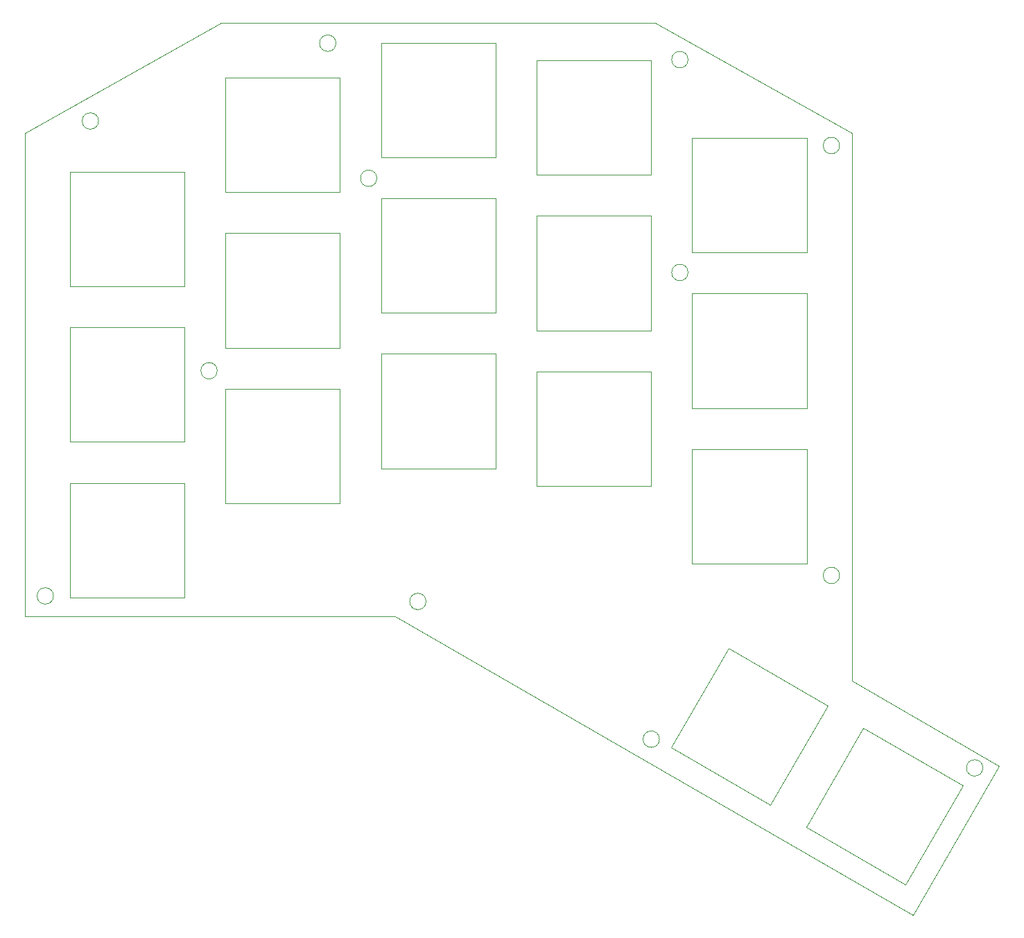
<source format=gm1>
G04 #@! TF.GenerationSoftware,KiCad,Pcbnew,7.0.10*
G04 #@! TF.CreationDate,2024-01-12T10:18:34+00:00*
G04 #@! TF.ProjectId,eobard-plate,656f6261-7264-42d7-906c-6174652e6b69,1.2*
G04 #@! TF.SameCoordinates,Original*
G04 #@! TF.FileFunction,Profile,NP*
%FSLAX46Y46*%
G04 Gerber Fmt 4.6, Leading zero omitted, Abs format (unit mm)*
G04 Created by KiCad (PCBNEW 7.0.10) date 2024-01-12 10:18:34*
%MOMM*%
%LPD*%
G01*
G04 APERTURE LIST*
G04 #@! TA.AperFunction,Profile*
%ADD10C,0.100000*%
G04 #@! TD*
G04 #@! TA.AperFunction,Profile*
%ADD11C,0.050000*%
G04 #@! TD*
G04 APERTURE END LIST*
D10*
X155000000Y-39000000D02*
X102000000Y-39000000D01*
X155500000Y-126500000D02*
G75*
G03*
X153500000Y-126500000I-1000000J0D01*
G01*
X153500000Y-126500000D02*
G75*
G03*
X155500000Y-126500000I1000000J0D01*
G01*
X186500000Y-148000000D02*
X197000000Y-129800000D01*
X159000000Y-43500000D02*
G75*
G03*
X157000000Y-43500000I-1000000J0D01*
G01*
X157000000Y-43500000D02*
G75*
G03*
X159000000Y-43500000I1000000J0D01*
G01*
X179000000Y-52500000D02*
X179000000Y-109000000D01*
X78000000Y-111500000D02*
X123250000Y-111500000D01*
X116000000Y-41500000D02*
G75*
G03*
X114000000Y-41500000I-1000000J0D01*
G01*
X114000000Y-41500000D02*
G75*
G03*
X116000000Y-41500000I1000000J0D01*
G01*
X159000000Y-69500000D02*
G75*
G03*
X157000000Y-69500000I-1000000J0D01*
G01*
X157000000Y-69500000D02*
G75*
G03*
X159000000Y-69500000I1000000J0D01*
G01*
X186500000Y-148000000D02*
X123250000Y-111500000D01*
X179000000Y-52500000D02*
X155000000Y-39000000D01*
X177500000Y-106500000D02*
G75*
G03*
X175500000Y-106500000I-1000000J0D01*
G01*
X175500000Y-106500000D02*
G75*
G03*
X177500000Y-106500000I1000000J0D01*
G01*
X127000000Y-109677200D02*
G75*
G03*
X125000000Y-109677200I-1000000J0D01*
G01*
X125000000Y-109677200D02*
G75*
G03*
X127000000Y-109677200I1000000J0D01*
G01*
X102000000Y-39000000D02*
X78000000Y-52500000D01*
X81500000Y-109000000D02*
G75*
G03*
X79500000Y-109000000I-1000000J0D01*
G01*
X79500000Y-109000000D02*
G75*
G03*
X81500000Y-109000000I1000000J0D01*
G01*
X87000000Y-51000000D02*
G75*
G03*
X85000000Y-51000000I-1000000J0D01*
G01*
X85000000Y-51000000D02*
G75*
G03*
X87000000Y-51000000I1000000J0D01*
G01*
X78000000Y-52500000D02*
X78000000Y-111500000D01*
X197000000Y-129800000D02*
X179000000Y-119400000D01*
X177500000Y-54000000D02*
G75*
G03*
X175500000Y-54000000I-1000000J0D01*
G01*
X175500000Y-54000000D02*
G75*
G03*
X177500000Y-54000000I1000000J0D01*
G01*
X121000000Y-58000000D02*
G75*
G03*
X119000000Y-58000000I-1000000J0D01*
G01*
X119000000Y-58000000D02*
G75*
G03*
X121000000Y-58000000I1000000J0D01*
G01*
X101500000Y-81500000D02*
G75*
G03*
X99500000Y-81500000I-1000000J0D01*
G01*
X99500000Y-81500000D02*
G75*
G03*
X101500000Y-81500000I1000000J0D01*
G01*
X195000000Y-130000000D02*
G75*
G03*
X193000000Y-130000000I-1000000J0D01*
G01*
X193000000Y-130000000D02*
G75*
G03*
X195000000Y-130000000I1000000J0D01*
G01*
X179000000Y-119400000D02*
X179000000Y-109000000D01*
D11*
X159500000Y-72070000D02*
X159500000Y-86070000D01*
X159500000Y-86070000D02*
X173500000Y-86070000D01*
X173500000Y-72070000D02*
X159500000Y-72070000D01*
X173500000Y-72070000D02*
X173500000Y-86070000D01*
X102500000Y-83695000D02*
X102500000Y-97695000D01*
X102500000Y-97695000D02*
X116500000Y-97695000D01*
X116500000Y-83695000D02*
X102500000Y-83695000D01*
X116500000Y-83695000D02*
X116500000Y-97695000D01*
X159500000Y-53070000D02*
X159500000Y-67070000D01*
X159500000Y-67070000D02*
X173500000Y-67070000D01*
X173500000Y-53070000D02*
X159500000Y-53070000D01*
X173500000Y-53070000D02*
X173500000Y-67070000D01*
X102500000Y-45695000D02*
X102500000Y-59695000D01*
X102500000Y-59695000D02*
X116500000Y-59695000D01*
X116500000Y-45695000D02*
X102500000Y-45695000D01*
X116500000Y-45695000D02*
X116500000Y-59695000D01*
X121500000Y-41445000D02*
X121500000Y-55445000D01*
X121500000Y-55445000D02*
X135500000Y-55445000D01*
X135500000Y-41445000D02*
X121500000Y-41445000D01*
X135500000Y-41445000D02*
X135500000Y-55445000D01*
X121500000Y-60445000D02*
X121500000Y-74445000D01*
X121500000Y-74445000D02*
X135500000Y-74445000D01*
X135500000Y-60445000D02*
X121500000Y-60445000D01*
X135500000Y-60445000D02*
X135500000Y-74445000D01*
X83500000Y-57195000D02*
X83500000Y-71195000D01*
X83500000Y-71195000D02*
X97500000Y-71195000D01*
X97500000Y-57195000D02*
X83500000Y-57195000D01*
X97500000Y-57195000D02*
X97500000Y-71195000D01*
X140500000Y-43570000D02*
X140500000Y-57570000D01*
X140500000Y-57570000D02*
X154500000Y-57570000D01*
X154500000Y-43570000D02*
X140500000Y-43570000D01*
X154500000Y-43570000D02*
X154500000Y-57570000D01*
X140500000Y-81570000D02*
X140500000Y-95570000D01*
X140500000Y-95570000D02*
X154500000Y-95570000D01*
X154500000Y-81570000D02*
X140500000Y-81570000D01*
X154500000Y-81570000D02*
X154500000Y-95570000D01*
X83500000Y-95195000D02*
X83500000Y-109195000D01*
X83500000Y-109195000D02*
X97500000Y-109195000D01*
X97500000Y-95195000D02*
X83500000Y-95195000D01*
X97500000Y-95195000D02*
X97500000Y-109195000D01*
X169062178Y-134502178D02*
X176062178Y-122377822D01*
X176062178Y-122377822D02*
X163937822Y-115377822D01*
X156937822Y-127502178D02*
X169062178Y-134502178D01*
X156937822Y-127502178D02*
X163937822Y-115377822D01*
X102500000Y-64695000D02*
X102500000Y-78695000D01*
X102500000Y-78695000D02*
X116500000Y-78695000D01*
X116500000Y-64695000D02*
X102500000Y-64695000D01*
X116500000Y-64695000D02*
X116500000Y-78695000D01*
X121500000Y-79445000D02*
X121500000Y-93445000D01*
X121500000Y-93445000D02*
X135500000Y-93445000D01*
X135500000Y-79445000D02*
X121500000Y-79445000D01*
X135500000Y-79445000D02*
X135500000Y-93445000D01*
X140500000Y-62570000D02*
X140500000Y-76570000D01*
X140500000Y-76570000D02*
X154500000Y-76570000D01*
X154500000Y-62570000D02*
X140500000Y-62570000D01*
X154500000Y-62570000D02*
X154500000Y-76570000D01*
X185538178Y-144235178D02*
X192538178Y-132110822D01*
X192538178Y-132110822D02*
X180413822Y-125110822D01*
X173413822Y-137235178D02*
X185538178Y-144235178D01*
X173413822Y-137235178D02*
X180413822Y-125110822D01*
X83500000Y-76195000D02*
X83500000Y-90195000D01*
X83500000Y-90195000D02*
X97500000Y-90195000D01*
X97500000Y-76195000D02*
X83500000Y-76195000D01*
X97500000Y-76195000D02*
X97500000Y-90195000D01*
X159500000Y-91070000D02*
X159500000Y-105070000D01*
X159500000Y-105070000D02*
X173500000Y-105070000D01*
X173500000Y-91070000D02*
X159500000Y-91070000D01*
X173500000Y-91070000D02*
X173500000Y-105070000D01*
M02*

</source>
